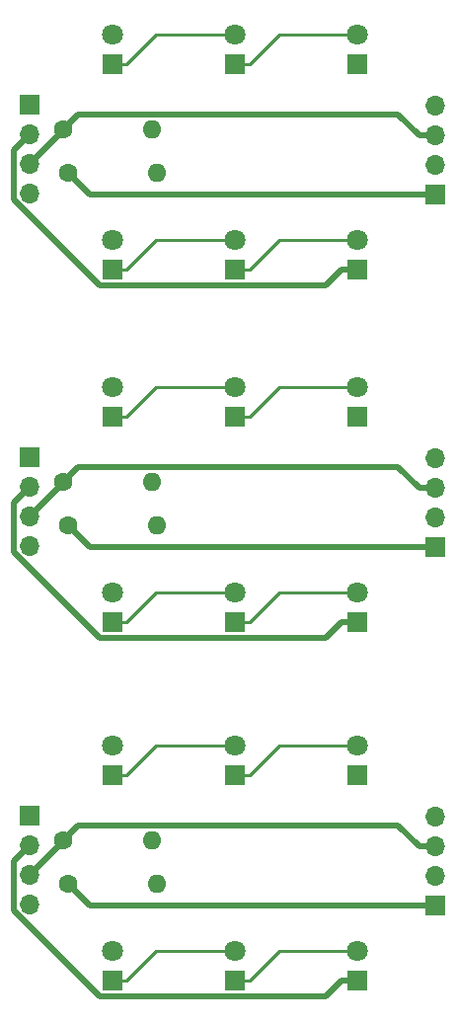
<source format=gbr>
G04 #@! TF.GenerationSoftware,KiCad,Pcbnew,(5.1.5-0-10_14)*
G04 #@! TF.CreationDate,2020-06-22T09:19:20+10:00*
G04 #@! TF.ProjectId,LED_Down_Multi,4c45445f-446f-4776-9e5f-4d756c74692e,rev?*
G04 #@! TF.SameCoordinates,Original*
G04 #@! TF.FileFunction,Copper,L1,Top*
G04 #@! TF.FilePolarity,Positive*
%FSLAX46Y46*%
G04 Gerber Fmt 4.6, Leading zero omitted, Abs format (unit mm)*
G04 Created by KiCad (PCBNEW (5.1.5-0-10_14)) date 2020-06-22 09:19:20*
%MOMM*%
%LPD*%
G04 APERTURE LIST*
%ADD10C,1.800000*%
%ADD11R,1.800000X1.800000*%
%ADD12O,1.700000X1.700000*%
%ADD13R,1.700000X1.700000*%
%ADD14O,1.600000X1.600000*%
%ADD15C,1.600000*%
%ADD16C,0.250000*%
%ADD17C,0.500000*%
G04 APERTURE END LIST*
D10*
X183170000Y-126024000D03*
D11*
X183170000Y-128564000D03*
D10*
X193675000Y-126024000D03*
D11*
X193675000Y-128564000D03*
D10*
X204180000Y-126024000D03*
D11*
X204180000Y-128564000D03*
D10*
X183170000Y-108424000D03*
D11*
X183170000Y-110964000D03*
D10*
X193675000Y-108424000D03*
D11*
X193675000Y-110964000D03*
D10*
X204180000Y-108424000D03*
D11*
X204180000Y-110964000D03*
D12*
X176022000Y-122074000D03*
X176022000Y-119534000D03*
X176022000Y-116994000D03*
D13*
X176022000Y-114454000D03*
D12*
X210820000Y-114554000D03*
X210820000Y-117094000D03*
X210820000Y-119634000D03*
D13*
X210820000Y-122174000D03*
D14*
X186950000Y-120304000D03*
D15*
X179330000Y-120304000D03*
D14*
X186570000Y-116514000D03*
D15*
X178950000Y-116514000D03*
D11*
X183170000Y-97830000D03*
D10*
X183170000Y-95290000D03*
D11*
X193675000Y-97830000D03*
D10*
X193675000Y-95290000D03*
D11*
X204180000Y-97830000D03*
D10*
X204180000Y-95290000D03*
D11*
X183170000Y-80230000D03*
D10*
X183170000Y-77690000D03*
D11*
X193675000Y-80230000D03*
D10*
X193675000Y-77690000D03*
D11*
X204180000Y-80230000D03*
D10*
X204180000Y-77690000D03*
D13*
X176022000Y-83720000D03*
D12*
X176022000Y-86260000D03*
X176022000Y-88800000D03*
X176022000Y-91340000D03*
D13*
X210820000Y-91440000D03*
D12*
X210820000Y-88900000D03*
X210820000Y-86360000D03*
X210820000Y-83820000D03*
D15*
X179330000Y-89570000D03*
D14*
X186950000Y-89570000D03*
D15*
X178950000Y-85780000D03*
D14*
X186570000Y-85780000D03*
X186570000Y-55554000D03*
D15*
X178950000Y-55554000D03*
D14*
X186950000Y-59344000D03*
D15*
X179330000Y-59344000D03*
D12*
X210820000Y-53594000D03*
X210820000Y-56134000D03*
X210820000Y-58674000D03*
D13*
X210820000Y-61214000D03*
D12*
X176022000Y-61114000D03*
X176022000Y-58574000D03*
X176022000Y-56034000D03*
D13*
X176022000Y-53494000D03*
D10*
X204180000Y-47464000D03*
D11*
X204180000Y-50004000D03*
D10*
X193675000Y-47464000D03*
D11*
X193675000Y-50004000D03*
D10*
X183170000Y-47464000D03*
D11*
X183170000Y-50004000D03*
D10*
X204180000Y-65064000D03*
D11*
X204180000Y-67604000D03*
D10*
X193675000Y-65064000D03*
D11*
X193675000Y-67604000D03*
D10*
X183170000Y-65064000D03*
D11*
X183170000Y-67604000D03*
D16*
X183170000Y-67604000D02*
X184395300Y-67604000D01*
X184395300Y-67604000D02*
X186935300Y-65064000D01*
X186935300Y-65064000D02*
X193675000Y-65064000D01*
X183170000Y-97830000D02*
X184395300Y-97830000D01*
X184395300Y-97830000D02*
X186935300Y-95290000D01*
X186935300Y-95290000D02*
X193675000Y-95290000D01*
X183170000Y-128564000D02*
X184395300Y-128564000D01*
X184395300Y-128564000D02*
X186935300Y-126024000D01*
X186935300Y-126024000D02*
X193675000Y-126024000D01*
X193675000Y-67604000D02*
X194900300Y-67604000D01*
X194900300Y-67604000D02*
X197440300Y-65064000D01*
X197440300Y-65064000D02*
X204180000Y-65064000D01*
X193675000Y-97830000D02*
X194900300Y-97830000D01*
X194900300Y-97830000D02*
X197440300Y-95290000D01*
X197440300Y-95290000D02*
X204180000Y-95290000D01*
X193675000Y-128564000D02*
X194900300Y-128564000D01*
X194900300Y-128564000D02*
X197440300Y-126024000D01*
X197440300Y-126024000D02*
X204180000Y-126024000D01*
X183170000Y-50004000D02*
X184395300Y-50004000D01*
X184395300Y-50004000D02*
X186935300Y-47464000D01*
X186935300Y-47464000D02*
X193675000Y-47464000D01*
X183170000Y-80230000D02*
X184395300Y-80230000D01*
X184395300Y-80230000D02*
X186935300Y-77690000D01*
X186935300Y-77690000D02*
X193675000Y-77690000D01*
X183170000Y-110964000D02*
X184395300Y-110964000D01*
X184395300Y-110964000D02*
X186935300Y-108424000D01*
X186935300Y-108424000D02*
X193675000Y-108424000D01*
X193675000Y-50004000D02*
X194900300Y-50004000D01*
X194900300Y-50004000D02*
X197440300Y-47464000D01*
X197440300Y-47464000D02*
X204180000Y-47464000D01*
X193675000Y-80230000D02*
X194900300Y-80230000D01*
X194900300Y-80230000D02*
X197440300Y-77690000D01*
X197440300Y-77690000D02*
X204180000Y-77690000D01*
X193675000Y-110964000D02*
X194900300Y-110964000D01*
X194900300Y-110964000D02*
X197440300Y-108424000D01*
X197440300Y-108424000D02*
X204180000Y-108424000D01*
D17*
X204180000Y-67604000D02*
X202829700Y-67604000D01*
X202829700Y-67604000D02*
X201433300Y-69000400D01*
X201433300Y-69000400D02*
X182064900Y-69000400D01*
X182064900Y-69000400D02*
X174697400Y-61632900D01*
X174697400Y-61632900D02*
X174697400Y-57358600D01*
X174697400Y-57358600D02*
X176022000Y-56034000D01*
X182064900Y-99226400D02*
X174697400Y-91858900D01*
X204180000Y-97830000D02*
X202829700Y-97830000D01*
X202829700Y-97830000D02*
X201433300Y-99226400D01*
X201433300Y-99226400D02*
X182064900Y-99226400D01*
X174697400Y-91858900D02*
X174697400Y-87584600D01*
X174697400Y-87584600D02*
X176022000Y-86260000D01*
X182064900Y-129960400D02*
X174697400Y-122592900D01*
X204180000Y-128564000D02*
X202829700Y-128564000D01*
X202829700Y-128564000D02*
X201433300Y-129960400D01*
X201433300Y-129960400D02*
X182064900Y-129960400D01*
X174697400Y-122592900D02*
X174697400Y-118318600D01*
X174697400Y-118318600D02*
X176022000Y-116994000D01*
X178950000Y-55554000D02*
X180217300Y-54286700D01*
X180217300Y-54286700D02*
X207672400Y-54286700D01*
X207672400Y-54286700D02*
X209519700Y-56134000D01*
X176022000Y-58574000D02*
X178950000Y-55646000D01*
X178950000Y-55646000D02*
X178950000Y-55554000D01*
X210820000Y-56134000D02*
X209519700Y-56134000D01*
X180217300Y-84512700D02*
X207672400Y-84512700D01*
X178950000Y-85780000D02*
X180217300Y-84512700D01*
X207672400Y-84512700D02*
X209519700Y-86360000D01*
X176022000Y-88800000D02*
X178950000Y-85872000D01*
X178950000Y-85872000D02*
X178950000Y-85780000D01*
X210820000Y-86360000D02*
X209519700Y-86360000D01*
X180217300Y-115246700D02*
X207672400Y-115246700D01*
X178950000Y-116514000D02*
X180217300Y-115246700D01*
X207672400Y-115246700D02*
X209519700Y-117094000D01*
X176022000Y-119534000D02*
X178950000Y-116606000D01*
X178950000Y-116606000D02*
X178950000Y-116514000D01*
X210820000Y-117094000D02*
X209519700Y-117094000D01*
X210820000Y-61214000D02*
X181200000Y-61214000D01*
X181200000Y-61214000D02*
X179330000Y-59344000D01*
X210820000Y-91440000D02*
X181200000Y-91440000D01*
X181200000Y-91440000D02*
X179330000Y-89570000D01*
X210820000Y-122174000D02*
X181200000Y-122174000D01*
X181200000Y-122174000D02*
X179330000Y-120304000D01*
M02*

</source>
